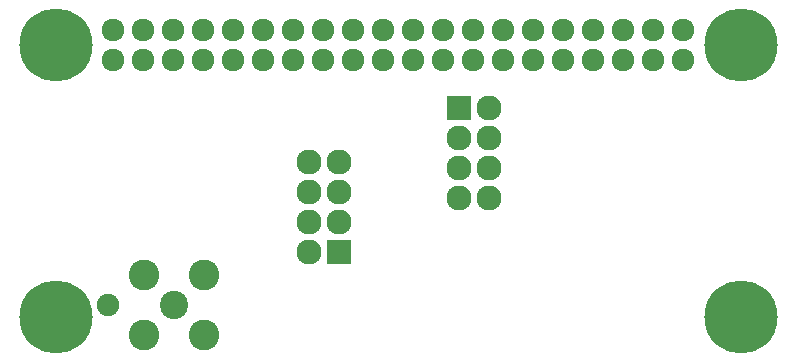
<source format=gbs>
G04 #@! TF.FileFunction,Soldermask,Bot*
%FSLAX46Y46*%
G04 Gerber Fmt 4.6, Leading zero omitted, Abs format (unit mm)*
G04 Created by KiCad (PCBNEW 4.0.7) date 10/05/17 15:08:02*
%MOMM*%
%LPD*%
G01*
G04 APERTURE LIST*
%ADD10C,0.100000*%
%ADD11C,1.924000*%
%ADD12C,6.190000*%
%ADD13O,2.127200X2.127200*%
%ADD14R,2.127200X2.127200*%
%ADD15C,2.600000*%
%ADD16C,2.400000*%
%ADD17C,1.900000*%
G04 APERTURE END LIST*
D10*
D11*
X124371100Y-106273600D03*
X124371100Y-103733600D03*
X126911100Y-106273600D03*
X126911100Y-103733600D03*
X129451100Y-106273600D03*
X129451100Y-103733600D03*
X131991100Y-106273600D03*
X131991100Y-103733600D03*
X134531100Y-106273600D03*
X134531100Y-103733600D03*
X137071100Y-106273600D03*
X137071100Y-103733600D03*
X139611100Y-106273600D03*
X139611100Y-103733600D03*
X142151100Y-106273600D03*
X142151100Y-103733600D03*
X144691100Y-106273600D03*
X144691100Y-103733600D03*
X147231100Y-106273600D03*
X147231100Y-103733600D03*
X149771100Y-106273600D03*
X149771100Y-103733600D03*
X152311100Y-106273600D03*
X152311100Y-103733600D03*
X154851100Y-106273600D03*
X154851100Y-103733600D03*
X157391100Y-106273600D03*
X157391100Y-103733600D03*
X159931100Y-106273600D03*
X159931100Y-103733600D03*
X162471100Y-106273600D03*
X162471100Y-103733600D03*
X165011100Y-106273600D03*
X165011100Y-103733600D03*
X167551100Y-106273600D03*
X167551100Y-103733600D03*
X170091100Y-106273600D03*
X170091100Y-103733600D03*
X172631100Y-106273600D03*
X172631100Y-103733600D03*
D12*
X119501100Y-105003600D03*
X177501100Y-105003600D03*
X177501100Y-128003600D03*
X119501100Y-128003600D03*
D13*
X143476000Y-114856000D03*
X140936000Y-114856000D03*
X143476000Y-117396000D03*
X140936000Y-117396000D03*
X143476000Y-119936000D03*
X140936000Y-119936000D03*
D14*
X143476000Y-122476000D03*
D13*
X140936000Y-122476000D03*
D15*
X126960000Y-129540000D03*
X126960000Y-124460000D03*
X132040000Y-124460000D03*
X132040000Y-129540000D03*
D16*
X129500000Y-127000000D03*
D17*
X123950000Y-127000000D03*
D13*
X153624000Y-117944000D03*
X156164000Y-117944000D03*
X153624000Y-115404000D03*
X156164000Y-115404000D03*
X153624000Y-112864000D03*
X156164000Y-112864000D03*
D14*
X153624000Y-110324000D03*
D13*
X156164000Y-110324000D03*
M02*

</source>
